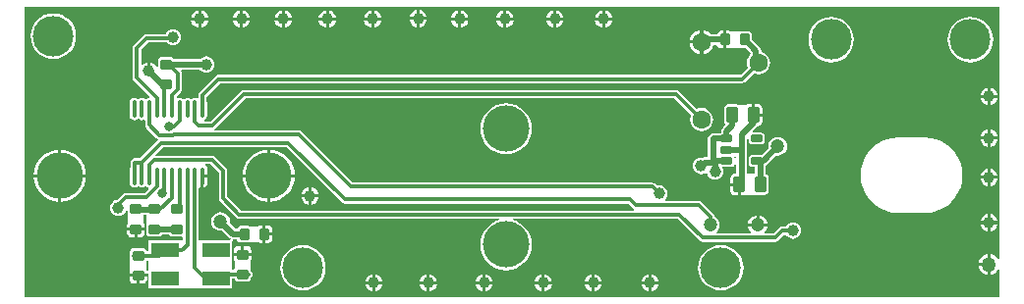
<source format=gbl>
G04 Layer_Physical_Order=2*
G04 Layer_Color=16711680*
%FSLAX42Y42*%
%MOMM*%
G71*
G01*
G75*
G04:AMPARAMS|DCode=13|XSize=1mm|YSize=0.9mm|CornerRadius=0.11mm|HoleSize=0mm|Usage=FLASHONLY|Rotation=90.000|XOffset=0mm|YOffset=0mm|HoleType=Round|Shape=RoundedRectangle|*
%AMROUNDEDRECTD13*
21,1,1.00,0.68,0,0,90.0*
21,1,0.78,0.90,0,0,90.0*
1,1,0.23,0.34,0.39*
1,1,0.23,0.34,-0.39*
1,1,0.23,-0.34,-0.39*
1,1,0.23,-0.34,0.39*
%
%ADD13ROUNDEDRECTD13*%
%ADD14C,0.30*%
%ADD15C,0.50*%
%ADD16C,3.50*%
%ADD17C,1.60*%
%ADD18C,4.00*%
%ADD19C,1.20*%
%ADD20C,1.00*%
%ADD21C,0.80*%
%ADD22C,1.27*%
G04:AMPARAMS|DCode=23|XSize=0.6mm|YSize=1mm|CornerRadius=0.08mm|HoleSize=0mm|Usage=FLASHONLY|Rotation=90.000|XOffset=0mm|YOffset=0mm|HoleType=Round|Shape=RoundedRectangle|*
%AMROUNDEDRECTD23*
21,1,0.60,0.85,0,0,90.0*
21,1,0.45,1.00,0,0,90.0*
1,1,0.15,0.42,0.23*
1,1,0.15,0.42,-0.23*
1,1,0.15,-0.42,-0.23*
1,1,0.15,-0.42,0.23*
%
%ADD23ROUNDEDRECTD23*%
%ADD24O,0.40X1.50*%
G04:AMPARAMS|DCode=25|XSize=1.4mm|YSize=1mm|CornerRadius=0.13mm|HoleSize=0mm|Usage=FLASHONLY|Rotation=270.000|XOffset=0mm|YOffset=0mm|HoleType=Round|Shape=RoundedRectangle|*
%AMROUNDEDRECTD25*
21,1,1.40,0.75,0,0,270.0*
21,1,1.15,1.00,0,0,270.0*
1,1,0.25,-0.38,-0.57*
1,1,0.25,-0.38,0.57*
1,1,0.25,0.38,0.57*
1,1,0.25,0.38,-0.57*
%
%ADD25ROUNDEDRECTD25*%
G04:AMPARAMS|DCode=26|XSize=1mm|YSize=0.9mm|CornerRadius=0.11mm|HoleSize=0mm|Usage=FLASHONLY|Rotation=0.000|XOffset=0mm|YOffset=0mm|HoleType=Round|Shape=RoundedRectangle|*
%AMROUNDEDRECTD26*
21,1,1.00,0.68,0,0,0.0*
21,1,0.78,0.90,0,0,0.0*
1,1,0.23,0.39,-0.34*
1,1,0.23,-0.39,-0.34*
1,1,0.23,-0.39,0.34*
1,1,0.23,0.39,0.34*
%
%ADD26ROUNDEDRECTD26*%
%ADD27R,2.40X1.30*%
G36*
X8450Y379D02*
X8439Y375D01*
X8437Y375D01*
X8423Y393D01*
X8405Y408D01*
X8383Y417D01*
X8373Y418D01*
Y330D01*
Y242D01*
X8383Y243D01*
X8405Y252D01*
X8423Y267D01*
X8437Y285D01*
X8439Y285D01*
X8450Y281D01*
Y50D01*
X50D01*
Y2550D01*
X8450Y2550D01*
Y379D01*
D02*
G37*
%LPC*%
G36*
X3455Y2527D02*
Y2465D01*
X3517D01*
X3516Y2472D01*
X3509Y2491D01*
X3496Y2506D01*
X3481Y2519D01*
X3462Y2526D01*
X3455Y2527D01*
D02*
G37*
G36*
X3430D02*
X3423Y2526D01*
X3405Y2519D01*
X3389Y2506D01*
X3377Y2491D01*
X3369Y2472D01*
X3368Y2465D01*
X3430D01*
Y2527D01*
D02*
G37*
G36*
X5053Y2524D02*
Y2463D01*
X5114D01*
X5113Y2470D01*
X5106Y2488D01*
X5094Y2504D01*
X5078Y2516D01*
X5060Y2523D01*
X5053Y2524D01*
D02*
G37*
G36*
X5027D02*
X5020Y2523D01*
X5002Y2516D01*
X4986Y2504D01*
X4974Y2488D01*
X4967Y2470D01*
X4966Y2463D01*
X5027D01*
Y2524D01*
D02*
G37*
G36*
X4633D02*
Y2463D01*
X4694D01*
X4693Y2470D01*
X4686Y2488D01*
X4674Y2504D01*
X4658Y2516D01*
X4640Y2523D01*
X4633Y2524D01*
D02*
G37*
G36*
X4607D02*
X4600Y2523D01*
X4582Y2516D01*
X4566Y2504D01*
X4554Y2488D01*
X4547Y2470D01*
X4546Y2463D01*
X4607D01*
Y2524D01*
D02*
G37*
G36*
X4203D02*
Y2463D01*
X4264D01*
X4263Y2470D01*
X4256Y2488D01*
X4244Y2504D01*
X4228Y2516D01*
X4210Y2523D01*
X4203Y2524D01*
D02*
G37*
G36*
X4177D02*
X4170Y2523D01*
X4152Y2516D01*
X4136Y2504D01*
X4124Y2488D01*
X4117Y2470D01*
X4116Y2463D01*
X4177D01*
Y2524D01*
D02*
G37*
G36*
X3813D02*
Y2463D01*
X3874D01*
X3873Y2470D01*
X3866Y2488D01*
X3854Y2504D01*
X3838Y2516D01*
X3820Y2523D01*
X3813Y2524D01*
D02*
G37*
G36*
X3787D02*
X3780Y2523D01*
X3762Y2516D01*
X3746Y2504D01*
X3734Y2488D01*
X3727Y2470D01*
X3726Y2463D01*
X3787D01*
Y2524D01*
D02*
G37*
G36*
X3063D02*
Y2463D01*
X3124D01*
X3123Y2470D01*
X3116Y2488D01*
X3104Y2504D01*
X3088Y2516D01*
X3070Y2523D01*
X3063Y2524D01*
D02*
G37*
G36*
X3037D02*
X3030Y2523D01*
X3012Y2516D01*
X2996Y2504D01*
X2984Y2488D01*
X2977Y2470D01*
X2976Y2463D01*
X3037D01*
Y2524D01*
D02*
G37*
G36*
X2673D02*
Y2463D01*
X2734D01*
X2733Y2470D01*
X2726Y2488D01*
X2714Y2504D01*
X2698Y2516D01*
X2680Y2523D01*
X2673Y2524D01*
D02*
G37*
G36*
X2647D02*
X2640Y2523D01*
X2622Y2516D01*
X2606Y2504D01*
X2594Y2488D01*
X2587Y2470D01*
X2586Y2463D01*
X2647D01*
Y2524D01*
D02*
G37*
G36*
X2293D02*
Y2463D01*
X2354D01*
X2353Y2470D01*
X2346Y2488D01*
X2334Y2504D01*
X2318Y2516D01*
X2300Y2523D01*
X2293Y2524D01*
D02*
G37*
G36*
X2267D02*
X2260Y2523D01*
X2242Y2516D01*
X2226Y2504D01*
X2214Y2488D01*
X2207Y2470D01*
X2206Y2463D01*
X2267D01*
Y2524D01*
D02*
G37*
G36*
X1933D02*
Y2463D01*
X1994D01*
X1993Y2470D01*
X1986Y2488D01*
X1974Y2504D01*
X1958Y2516D01*
X1940Y2523D01*
X1933Y2524D01*
D02*
G37*
G36*
X1907D02*
X1900Y2523D01*
X1882Y2516D01*
X1866Y2504D01*
X1854Y2488D01*
X1847Y2470D01*
X1846Y2463D01*
X1907D01*
Y2524D01*
D02*
G37*
G36*
X1573D02*
Y2463D01*
X1634D01*
X1633Y2470D01*
X1626Y2488D01*
X1614Y2504D01*
X1598Y2516D01*
X1580Y2523D01*
X1573Y2524D01*
D02*
G37*
G36*
X1547D02*
X1540Y2523D01*
X1522Y2516D01*
X1506Y2504D01*
X1494Y2488D01*
X1487Y2470D01*
X1486Y2463D01*
X1547D01*
Y2524D01*
D02*
G37*
G36*
X3517Y2440D02*
X3455D01*
Y2378D01*
X3462Y2379D01*
X3481Y2387D01*
X3496Y2399D01*
X3509Y2415D01*
X3516Y2433D01*
X3517Y2440D01*
D02*
G37*
G36*
X3430D02*
X3368D01*
X3369Y2433D01*
X3377Y2415D01*
X3389Y2399D01*
X3405Y2387D01*
X3423Y2379D01*
X3430Y2378D01*
Y2440D01*
D02*
G37*
G36*
X5114Y2437D02*
X5053D01*
Y2376D01*
X5060Y2377D01*
X5078Y2384D01*
X5094Y2396D01*
X5106Y2412D01*
X5113Y2430D01*
X5114Y2437D01*
D02*
G37*
G36*
X5027D02*
X4966D01*
X4967Y2430D01*
X4974Y2412D01*
X4986Y2396D01*
X5002Y2384D01*
X5020Y2377D01*
X5027Y2376D01*
Y2437D01*
D02*
G37*
G36*
X4694D02*
X4633D01*
Y2376D01*
X4640Y2377D01*
X4658Y2384D01*
X4674Y2396D01*
X4686Y2412D01*
X4693Y2430D01*
X4694Y2437D01*
D02*
G37*
G36*
X4607D02*
X4546D01*
X4547Y2430D01*
X4554Y2412D01*
X4566Y2396D01*
X4582Y2384D01*
X4600Y2377D01*
X4607Y2376D01*
Y2437D01*
D02*
G37*
G36*
X4264D02*
X4203D01*
Y2376D01*
X4210Y2377D01*
X4228Y2384D01*
X4244Y2396D01*
X4256Y2412D01*
X4263Y2430D01*
X4264Y2437D01*
D02*
G37*
G36*
X4177D02*
X4116D01*
X4117Y2430D01*
X4124Y2412D01*
X4136Y2396D01*
X4152Y2384D01*
X4170Y2377D01*
X4177Y2376D01*
Y2437D01*
D02*
G37*
G36*
X3874D02*
X3813D01*
Y2376D01*
X3820Y2377D01*
X3838Y2384D01*
X3854Y2396D01*
X3866Y2412D01*
X3873Y2430D01*
X3874Y2437D01*
D02*
G37*
G36*
X3787D02*
X3726D01*
X3727Y2430D01*
X3734Y2412D01*
X3746Y2396D01*
X3762Y2384D01*
X3780Y2377D01*
X3787Y2376D01*
Y2437D01*
D02*
G37*
G36*
X3124D02*
X3063D01*
Y2376D01*
X3070Y2377D01*
X3088Y2384D01*
X3104Y2396D01*
X3116Y2412D01*
X3123Y2430D01*
X3124Y2437D01*
D02*
G37*
G36*
X3037D02*
X2976D01*
X2977Y2430D01*
X2984Y2412D01*
X2996Y2396D01*
X3012Y2384D01*
X3030Y2377D01*
X3037Y2376D01*
Y2437D01*
D02*
G37*
G36*
X2734D02*
X2673D01*
Y2376D01*
X2680Y2377D01*
X2698Y2384D01*
X2714Y2396D01*
X2726Y2412D01*
X2733Y2430D01*
X2734Y2437D01*
D02*
G37*
G36*
X2647D02*
X2586D01*
X2587Y2430D01*
X2594Y2412D01*
X2606Y2396D01*
X2622Y2384D01*
X2640Y2377D01*
X2647Y2376D01*
Y2437D01*
D02*
G37*
G36*
X2354D02*
X2293D01*
Y2376D01*
X2300Y2377D01*
X2318Y2384D01*
X2334Y2396D01*
X2346Y2412D01*
X2353Y2430D01*
X2354Y2437D01*
D02*
G37*
G36*
X2267D02*
X2206D01*
X2207Y2430D01*
X2214Y2412D01*
X2226Y2396D01*
X2242Y2384D01*
X2260Y2377D01*
X2267Y2376D01*
Y2437D01*
D02*
G37*
G36*
X1994D02*
X1933D01*
Y2376D01*
X1940Y2377D01*
X1958Y2384D01*
X1974Y2396D01*
X1986Y2412D01*
X1993Y2430D01*
X1994Y2437D01*
D02*
G37*
G36*
X1907D02*
X1846D01*
X1847Y2430D01*
X1854Y2412D01*
X1866Y2396D01*
X1882Y2384D01*
X1900Y2377D01*
X1907Y2376D01*
Y2437D01*
D02*
G37*
G36*
X1634D02*
X1573D01*
Y2376D01*
X1580Y2377D01*
X1598Y2384D01*
X1614Y2396D01*
X1626Y2412D01*
X1633Y2430D01*
X1634Y2437D01*
D02*
G37*
G36*
X1547D02*
X1486D01*
X1487Y2430D01*
X1494Y2412D01*
X1506Y2396D01*
X1522Y2384D01*
X1540Y2377D01*
X1547Y2376D01*
Y2437D01*
D02*
G37*
G36*
X5872Y2355D02*
X5857Y2353D01*
X5832Y2342D01*
X5810Y2325D01*
X5793Y2303D01*
X5782Y2278D01*
X5780Y2263D01*
X5872D01*
Y2355D01*
D02*
G37*
G36*
X5898D02*
Y2250D01*
Y2145D01*
X5913Y2147D01*
X5938Y2158D01*
X5960Y2175D01*
X5977Y2197D01*
X5988Y2222D01*
X5988Y2224D01*
X6015D01*
X6017Y2217D01*
X6025Y2205D01*
X6037Y2197D01*
X6051Y2194D01*
X6072D01*
Y2270D01*
Y2346D01*
X6051D01*
X6037Y2343D01*
X6025Y2335D01*
X6017Y2323D01*
X6015Y2316D01*
X5967D01*
X5960Y2325D01*
X5938Y2342D01*
X5913Y2353D01*
X5898Y2355D01*
D02*
G37*
G36*
X5872Y2237D02*
X5780D01*
X5782Y2222D01*
X5793Y2197D01*
X5810Y2175D01*
X5832Y2158D01*
X5857Y2147D01*
X5872Y2145D01*
Y2237D01*
D02*
G37*
G36*
X300Y2496D02*
X262Y2492D01*
X225Y2481D01*
X191Y2463D01*
X161Y2439D01*
X137Y2409D01*
X119Y2375D01*
X108Y2338D01*
X104Y2300D01*
X108Y2262D01*
X119Y2225D01*
X137Y2191D01*
X161Y2161D01*
X191Y2137D01*
X225Y2119D01*
X262Y2108D01*
X300Y2104D01*
X338Y2108D01*
X375Y2119D01*
X409Y2137D01*
X439Y2161D01*
X463Y2191D01*
X481Y2225D01*
X492Y2262D01*
X496Y2300D01*
X492Y2338D01*
X481Y2375D01*
X463Y2409D01*
X439Y2439D01*
X409Y2463D01*
X375Y2481D01*
X338Y2492D01*
X300Y2496D01*
D02*
G37*
G36*
X8200Y2466D02*
X8162Y2462D01*
X8125Y2451D01*
X8091Y2433D01*
X8061Y2409D01*
X8037Y2379D01*
X8019Y2345D01*
X8008Y2308D01*
X8004Y2270D01*
X8008Y2232D01*
X8019Y2195D01*
X8037Y2161D01*
X8061Y2131D01*
X8091Y2107D01*
X8125Y2089D01*
X8162Y2078D01*
X8200Y2074D01*
X8238Y2078D01*
X8275Y2089D01*
X8309Y2107D01*
X8339Y2131D01*
X8363Y2161D01*
X8381Y2195D01*
X8392Y2232D01*
X8396Y2270D01*
X8392Y2308D01*
X8381Y2345D01*
X8363Y2379D01*
X8339Y2409D01*
X8309Y2433D01*
X8275Y2451D01*
X8238Y2462D01*
X8200Y2466D01*
D02*
G37*
G36*
X7000D02*
X6962Y2462D01*
X6925Y2451D01*
X6891Y2433D01*
X6861Y2409D01*
X6837Y2379D01*
X6819Y2345D01*
X6808Y2308D01*
X6804Y2270D01*
X6808Y2232D01*
X6819Y2195D01*
X6837Y2161D01*
X6861Y2131D01*
X6891Y2107D01*
X6925Y2089D01*
X6962Y2078D01*
X7000Y2074D01*
X7038Y2078D01*
X7075Y2089D01*
X7109Y2107D01*
X7139Y2131D01*
X7163Y2161D01*
X7181Y2195D01*
X7192Y2232D01*
X7196Y2270D01*
X7192Y2308D01*
X7181Y2345D01*
X7163Y2379D01*
X7139Y2409D01*
X7109Y2433D01*
X7075Y2451D01*
X7038Y2462D01*
X7000Y2466D01*
D02*
G37*
G36*
X1330Y2361D02*
X1312Y2358D01*
X1295Y2351D01*
X1280Y2340D01*
X1269Y2325D01*
X1265Y2316D01*
X1100D01*
X1086Y2313D01*
X1075Y2305D01*
X995Y2225D01*
X987Y2214D01*
X984Y2200D01*
Y1940D01*
X984Y1940D01*
X984Y1940D01*
X986Y1933D01*
X987Y1926D01*
X987Y1926D01*
X987Y1926D01*
X991Y1921D01*
X995Y1915D01*
X995Y1915D01*
X995Y1915D01*
X1132Y1778D01*
X1129Y1770D01*
X1126Y1766D01*
X1112Y1763D01*
X1099Y1754D01*
X1091D01*
X1078Y1763D01*
X1062Y1766D01*
X1047Y1763D01*
X1034Y1754D01*
X1026D01*
X1013Y1763D01*
X998Y1766D01*
X982Y1763D01*
X969Y1754D01*
X960Y1741D01*
X957Y1725D01*
Y1615D01*
X960Y1599D01*
X969Y1586D01*
X982Y1577D01*
X998Y1574D01*
X1013Y1577D01*
X1026Y1586D01*
X1034D01*
X1047Y1577D01*
X1062Y1574D01*
X1078Y1577D01*
X1079Y1578D01*
X1092Y1571D01*
Y1533D01*
X1095Y1519D01*
X1102Y1507D01*
X1190Y1420D01*
X1197Y1415D01*
X1197Y1415D01*
X1200Y1402D01*
X1199Y1400D01*
X1045Y1246D01*
X998D01*
X984Y1243D01*
X972Y1235D01*
X965Y1224D01*
X962Y1210D01*
Y1164D01*
X960Y1161D01*
X957Y1145D01*
Y1035D01*
X960Y1019D01*
X969Y1006D01*
X982Y997D01*
X998Y994D01*
X1013Y997D01*
X1026Y1006D01*
X1034D01*
X1047Y997D01*
X1062Y994D01*
X1078Y997D01*
X1091Y1006D01*
X1099D01*
X1112Y997D01*
X1118Y996D01*
X1122Y982D01*
X1085Y946D01*
X920D01*
X906Y943D01*
X895Y935D01*
X849Y889D01*
X842Y888D01*
X825Y881D01*
X810Y870D01*
X799Y855D01*
X792Y838D01*
X789Y820D01*
X792Y802D01*
X799Y785D01*
X810Y770D01*
X825Y759D01*
X842Y752D01*
X860Y749D01*
X878Y752D01*
X895Y759D01*
X910Y770D01*
X921Y785D01*
X927Y798D01*
X939Y796D01*
Y771D01*
X941Y761D01*
X940Y760D01*
Y688D01*
X937Y683D01*
X934Y669D01*
Y648D01*
X1086D01*
Y669D01*
X1083Y683D01*
X1080Y688D01*
Y754D01*
X1100D01*
Y680D01*
X1101Y679D01*
X1099Y669D01*
Y601D01*
X1102Y589D01*
X1109Y579D01*
X1119Y572D01*
X1131Y569D01*
X1209D01*
X1221Y572D01*
X1231Y579D01*
X1238Y589D01*
X1238Y589D01*
X1292D01*
X1292Y589D01*
X1299Y579D01*
X1309Y572D01*
X1321Y569D01*
X1399D01*
X1404Y570D01*
X1417Y562D01*
Y539D01*
X1120D01*
Y535D01*
X1120D01*
Y441D01*
X1100D01*
X1098Y451D01*
X1091Y461D01*
X1081Y468D01*
X1069Y471D01*
X991D01*
X979Y468D01*
X969Y461D01*
X962Y451D01*
X959Y439D01*
Y422D01*
X957Y419D01*
X954Y405D01*
X957Y391D01*
X959Y388D01*
Y371D01*
X961Y361D01*
X960Y360D01*
Y288D01*
X957Y283D01*
X954Y269D01*
Y248D01*
X1106D01*
Y269D01*
X1103Y283D01*
X1100Y288D01*
Y359D01*
X1110Y368D01*
X1120Y366D01*
Y365D01*
X1120D01*
Y295D01*
X1120D01*
Y125D01*
X1120D01*
Y120D01*
X1839D01*
Y125D01*
X1840D01*
Y209D01*
X1860D01*
X1862Y199D01*
X1869Y189D01*
X1879Y182D01*
X1891Y179D01*
X1969D01*
X1981Y182D01*
X1991Y189D01*
X1998Y199D01*
X2001Y211D01*
Y217D01*
X2005Y220D01*
X2013Y231D01*
X2016Y245D01*
X2013Y259D01*
X2005Y270D01*
X2001Y273D01*
Y279D01*
X1999Y289D01*
X2000Y290D01*
Y362D01*
X2003Y367D01*
X2006Y381D01*
Y402D01*
X1930D01*
X1854D01*
Y381D01*
X1857Y367D01*
X1860Y362D01*
Y291D01*
X1850Y282D01*
X1840Y284D01*
Y295D01*
X1839D01*
Y365D01*
X1840D01*
Y533D01*
X1843Y538D01*
X1850Y544D01*
X1850Y544D01*
X1881D01*
X1882Y539D01*
X1889Y529D01*
X1899Y522D01*
X1911Y519D01*
X1979D01*
X1989Y521D01*
X1990Y520D01*
X2062D01*
X2067Y517D01*
X2081Y514D01*
X2102D01*
Y590D01*
Y666D01*
X2081D01*
X2067Y663D01*
X2062Y660D01*
X1990D01*
X1989Y659D01*
X1979Y661D01*
X1911D01*
X1899Y658D01*
X1889Y651D01*
X1882Y641D01*
X1881Y637D01*
X1869Y636D01*
X1819Y686D01*
X1821Y700D01*
X1818Y721D01*
X1810Y740D01*
X1797Y757D01*
X1780Y770D01*
X1761Y778D01*
X1740Y781D01*
X1719Y778D01*
X1700Y770D01*
X1683Y757D01*
X1670Y740D01*
X1662Y721D01*
X1659Y700D01*
X1662Y679D01*
X1670Y660D01*
X1683Y643D01*
X1700Y630D01*
X1719Y622D01*
X1740Y619D01*
X1754Y621D01*
X1818Y558D01*
X1826Y552D01*
X1822Y539D01*
X1553D01*
Y987D01*
X1563Y992D01*
X1566Y992D01*
X1570Y991D01*
Y1090D01*
X1582D01*
Y1103D01*
X1629D01*
Y1145D01*
X1625Y1163D01*
X1615Y1178D01*
X1609Y1182D01*
X1613Y1194D01*
X1655D01*
X1724Y1125D01*
Y900D01*
X1727Y886D01*
X1735Y875D01*
X1875Y735D01*
X1886Y727D01*
X1900Y724D01*
X4138D01*
X4140Y712D01*
X4115Y704D01*
X4077Y684D01*
X4044Y656D01*
X4016Y623D01*
X3996Y585D01*
X3983Y543D01*
X3979Y500D01*
X3983Y457D01*
X3996Y415D01*
X4016Y377D01*
X4044Y344D01*
X4077Y316D01*
X4115Y296D01*
X4157Y283D01*
X4200Y279D01*
X4243Y283D01*
X4285Y296D01*
X4323Y316D01*
X4356Y344D01*
X4384Y377D01*
X4404Y415D01*
X4417Y457D01*
X4421Y500D01*
X4417Y543D01*
X4404Y585D01*
X4384Y623D01*
X4356Y656D01*
X4323Y684D01*
X4285Y704D01*
X4260Y712D01*
X4262Y724D01*
X5675D01*
X5865Y535D01*
X5876Y527D01*
X5890Y524D01*
X6520D01*
X6534Y527D01*
X6545Y535D01*
X6595Y584D01*
X6609D01*
X6620Y570D01*
X6635Y559D01*
X6652Y552D01*
X6670Y549D01*
X6688Y552D01*
X6705Y559D01*
X6720Y570D01*
X6731Y585D01*
X6738Y602D01*
X6741Y620D01*
X6738Y638D01*
X6731Y655D01*
X6720Y670D01*
X6705Y681D01*
X6688Y688D01*
X6670Y691D01*
X6652Y688D01*
X6635Y681D01*
X6620Y670D01*
X6609Y656D01*
X6580D01*
X6566Y653D01*
X6555Y645D01*
X6505Y596D01*
X6433D01*
X6429Y608D01*
X6431Y609D01*
X6445Y627D01*
X6453Y648D01*
X6454Y657D01*
X6286D01*
X6287Y648D01*
X6295Y627D01*
X6309Y609D01*
X6311Y608D01*
X6307Y596D01*
X6015D01*
X6011Y608D01*
X6017Y613D01*
X6030Y630D01*
X6038Y649D01*
X6041Y670D01*
X6038Y691D01*
X6030Y710D01*
X6017Y727D01*
X6000Y740D01*
X5995Y742D01*
X5993Y754D01*
X5985Y765D01*
X5885Y865D01*
X5874Y873D01*
X5860Y876D01*
X5572D01*
X5568Y888D01*
X5570Y890D01*
X5581Y905D01*
X5588Y922D01*
X5591Y940D01*
X5588Y958D01*
X5581Y975D01*
X5570Y990D01*
X5555Y1001D01*
X5538Y1008D01*
X5520Y1011D01*
X5502Y1008D01*
X5485Y1025D01*
X5474Y1033D01*
X5460Y1036D01*
X2875D01*
X2435Y1475D01*
X2424Y1483D01*
X2410Y1486D01*
X1688D01*
X1686Y1489D01*
X1686Y1498D01*
X1695Y1505D01*
X1955Y1764D01*
X5650D01*
X5794Y1621D01*
X5788Y1606D01*
X5784Y1580D01*
X5788Y1554D01*
X5798Y1530D01*
X5814Y1509D01*
X5835Y1493D01*
X5859Y1483D01*
X5885Y1479D01*
X5911Y1483D01*
X5935Y1493D01*
X5956Y1509D01*
X5972Y1530D01*
X5982Y1554D01*
X5986Y1580D01*
X5982Y1606D01*
X5972Y1630D01*
X5956Y1651D01*
X5935Y1667D01*
X5911Y1677D01*
X5885Y1681D01*
X5859Y1677D01*
X5844Y1671D01*
X5690Y1825D01*
X5679Y1833D01*
X5665Y1836D01*
X1940D01*
X1926Y1833D01*
X1915Y1825D01*
X1655Y1566D01*
X1602D01*
X1600Y1572D01*
X1600Y1578D01*
X1611Y1586D01*
X1620Y1599D01*
X1623Y1615D01*
Y1725D01*
X1620Y1741D01*
X1618Y1744D01*
Y1778D01*
X1735Y1894D01*
X6235D01*
X6249Y1897D01*
X6260Y1905D01*
X6334Y1979D01*
X6349Y1973D01*
X6375Y1969D01*
X6401Y1973D01*
X6425Y1983D01*
X6446Y1999D01*
X6462Y2020D01*
X6472Y2044D01*
X6476Y2070D01*
X6472Y2096D01*
X6462Y2120D01*
X6446Y2141D01*
X6425Y2157D01*
X6401Y2167D01*
X6398Y2168D01*
Y2173D01*
X6395Y2190D01*
X6385Y2205D01*
X6321Y2269D01*
Y2309D01*
X6318Y2321D01*
X6311Y2331D01*
X6301Y2338D01*
X6289Y2341D01*
X6221D01*
X6211Y2339D01*
X6210Y2340D01*
X6138D01*
X6133Y2343D01*
X6119Y2346D01*
X6098D01*
Y2270D01*
Y2194D01*
X6119D01*
X6133Y2197D01*
X6138Y2200D01*
X6210D01*
X6211Y2201D01*
X6221Y2199D01*
X6261D01*
X6305Y2155D01*
X6304Y2142D01*
X6304Y2141D01*
X6288Y2120D01*
X6278Y2096D01*
X6274Y2070D01*
X6278Y2044D01*
X6284Y2029D01*
X6220Y1966D01*
X1720D01*
X1706Y1963D01*
X1695Y1955D01*
X1557Y1818D01*
X1550Y1806D01*
X1547Y1793D01*
Y1769D01*
X1534Y1762D01*
X1533Y1763D01*
X1518Y1766D01*
X1502Y1763D01*
X1489Y1754D01*
X1481D01*
X1468Y1763D01*
X1453Y1766D01*
X1437Y1763D01*
X1429Y1758D01*
X1420Y1755D01*
X1411Y1758D01*
X1403Y1763D01*
X1387Y1766D01*
X1373Y1763D01*
X1362Y1770D01*
X1361Y1780D01*
X1395Y1815D01*
X1395Y1815D01*
X1395Y1815D01*
X1399Y1821D01*
X1403Y1826D01*
X1403Y1826D01*
X1403Y1826D01*
X1404Y1833D01*
X1406Y1840D01*
X1406Y1840D01*
X1406Y1840D01*
Y1980D01*
X1403Y1994D01*
X1401Y1996D01*
X1408Y2009D01*
X1545D01*
X1562D01*
X1565Y2005D01*
X1580Y1994D01*
X1597Y1987D01*
X1615Y1984D01*
X1633Y1987D01*
X1650Y1994D01*
X1665Y2005D01*
X1676Y2020D01*
X1683Y2037D01*
X1686Y2055D01*
X1683Y2073D01*
X1676Y2090D01*
X1665Y2105D01*
X1650Y2116D01*
X1633Y2123D01*
X1615Y2126D01*
X1597Y2123D01*
X1580Y2116D01*
X1565Y2105D01*
X1562Y2101D01*
X1545D01*
X1338D01*
X1338Y2101D01*
X1331Y2111D01*
X1321Y2118D01*
X1309Y2121D01*
X1231D01*
X1219Y2118D01*
X1209Y2111D01*
X1202Y2101D01*
X1199Y2089D01*
Y2039D01*
X1187Y2036D01*
X1186Y2038D01*
X1174Y2054D01*
X1158Y2066D01*
X1140Y2073D01*
X1133Y2074D01*
Y2000D01*
X1107D01*
Y2074D01*
X1100Y2073D01*
X1082Y2066D01*
X1068Y2055D01*
X1056Y2059D01*
Y2185D01*
X1115Y2244D01*
X1277D01*
X1280Y2240D01*
X1295Y2229D01*
X1312Y2222D01*
X1330Y2219D01*
X1348Y2222D01*
X1365Y2229D01*
X1380Y2240D01*
X1391Y2255D01*
X1398Y2272D01*
X1401Y2290D01*
X1398Y2308D01*
X1391Y2325D01*
X1380Y2340D01*
X1365Y2351D01*
X1348Y2358D01*
X1330Y2361D01*
D02*
G37*
G36*
X8373Y1854D02*
Y1793D01*
X8434D01*
X8433Y1800D01*
X8426Y1818D01*
X8414Y1834D01*
X8398Y1846D01*
X8380Y1853D01*
X8373Y1854D01*
D02*
G37*
G36*
X8347D02*
X8340Y1853D01*
X8322Y1846D01*
X8306Y1834D01*
X8294Y1818D01*
X8287Y1800D01*
X8286Y1793D01*
X8347D01*
Y1854D01*
D02*
G37*
G36*
X6317Y1716D02*
X6293D01*
X6278Y1713D01*
X6273Y1710D01*
X6192D01*
X6192Y1710D01*
X6187Y1711D01*
X6112D01*
X6100Y1708D01*
X6089Y1701D01*
X6082Y1690D01*
X6079Y1677D01*
Y1562D01*
X6082Y1550D01*
X6089Y1539D01*
X6090Y1534D01*
X6068Y1512D01*
X6068Y1512D01*
X6068Y1512D01*
X6064Y1507D01*
X6058Y1498D01*
X6058Y1498D01*
X6058Y1498D01*
X6056Y1490D01*
X6054Y1480D01*
Y1465D01*
X6047Y1463D01*
X6043Y1461D01*
X5985D01*
X5967Y1457D01*
X5953Y1447D01*
X5943Y1433D01*
X5939Y1415D01*
Y1256D01*
X5910D01*
X5910Y1256D01*
X5910Y1256D01*
X5901Y1254D01*
X5892Y1252D01*
X5892Y1252D01*
X5892Y1252D01*
X5888Y1250D01*
X5880Y1251D01*
X5862Y1248D01*
X5845Y1241D01*
X5830Y1230D01*
X5819Y1215D01*
X5812Y1198D01*
X5809Y1180D01*
X5812Y1162D01*
X5819Y1145D01*
X5830Y1130D01*
X5845Y1119D01*
X5862Y1112D01*
X5880Y1109D01*
X5898Y1112D01*
X5915Y1119D01*
X5919Y1122D01*
X5931Y1117D01*
X5932Y1112D01*
X5939Y1095D01*
X5950Y1080D01*
X5965Y1069D01*
X5982Y1062D01*
X6000Y1059D01*
X6018Y1062D01*
X6035Y1069D01*
X6050Y1080D01*
X6061Y1095D01*
X6068Y1112D01*
X6071Y1130D01*
X6068Y1148D01*
X6063Y1162D01*
X6067Y1171D01*
X6070Y1174D01*
X6142D01*
X6153Y1177D01*
X6162Y1183D01*
X6168Y1192D01*
X6171Y1202D01*
Y1247D01*
X6168Y1258D01*
X6168Y1259D01*
X6177Y1270D01*
X6184Y1268D01*
Y1116D01*
X6172D01*
X6158Y1113D01*
X6145Y1105D01*
X6137Y1092D01*
X6134Y1078D01*
Y1033D01*
X6210D01*
Y1020D01*
X6223D01*
Y924D01*
X6247D01*
X6262Y927D01*
X6267Y930D01*
X6347D01*
X6348Y930D01*
X6353Y929D01*
X6428D01*
X6440Y932D01*
X6451Y939D01*
X6458Y950D01*
X6461Y962D01*
Y1078D01*
X6458Y1090D01*
X6451Y1101D01*
X6440Y1108D01*
X6436Y1109D01*
Y1185D01*
X6447Y1193D01*
X6526Y1271D01*
X6540Y1269D01*
X6561Y1272D01*
X6580Y1280D01*
X6597Y1293D01*
X6610Y1310D01*
X6618Y1329D01*
X6621Y1350D01*
X6618Y1371D01*
X6610Y1390D01*
X6597Y1407D01*
X6580Y1420D01*
X6561Y1428D01*
X6540Y1431D01*
X6519Y1428D01*
X6500Y1420D01*
X6483Y1407D01*
X6470Y1390D01*
X6462Y1371D01*
X6459Y1350D01*
X6461Y1336D01*
X6401Y1276D01*
X6317D01*
X6307Y1273D01*
X6298Y1267D01*
X6292Y1258D01*
X6289Y1247D01*
Y1202D01*
X6292Y1192D01*
X6298Y1183D01*
X6307Y1177D01*
X6317Y1174D01*
X6344D01*
Y1110D01*
X6276D01*
Y1320D01*
Y1418D01*
X6277Y1419D01*
X6289Y1412D01*
Y1393D01*
X6292Y1382D01*
X6298Y1373D01*
X6307Y1367D01*
X6317Y1364D01*
X6403D01*
X6413Y1367D01*
X6422Y1373D01*
X6428Y1382D01*
X6431Y1393D01*
Y1438D01*
X6428Y1448D01*
X6422Y1457D01*
X6413Y1463D01*
X6403Y1466D01*
X6328D01*
X6323Y1478D01*
X6362Y1518D01*
X6367Y1524D01*
X6368D01*
X6382Y1527D01*
X6395Y1535D01*
X6403Y1548D01*
X6406Y1562D01*
Y1607D01*
X6330D01*
Y1620D01*
X6317D01*
Y1716D01*
D02*
G37*
G36*
X8434Y1767D02*
X8373D01*
Y1706D01*
X8380Y1707D01*
X8398Y1714D01*
X8414Y1726D01*
X8426Y1742D01*
X8433Y1760D01*
X8434Y1767D01*
D02*
G37*
G36*
X8347D02*
X8286D01*
X8287Y1760D01*
X8294Y1742D01*
X8306Y1726D01*
X8322Y1714D01*
X8340Y1707D01*
X8347Y1706D01*
Y1767D01*
D02*
G37*
G36*
X6368Y1716D02*
X6343D01*
Y1633D01*
X6406D01*
Y1677D01*
X6403Y1692D01*
X6395Y1705D01*
X6382Y1713D01*
X6368Y1716D01*
D02*
G37*
G36*
X8373Y1494D02*
Y1433D01*
X8434D01*
X8433Y1440D01*
X8426Y1458D01*
X8414Y1474D01*
X8398Y1486D01*
X8380Y1493D01*
X8373Y1494D01*
D02*
G37*
G36*
X8347D02*
X8340Y1493D01*
X8322Y1486D01*
X8306Y1474D01*
X8294Y1458D01*
X8287Y1440D01*
X8286Y1433D01*
X8347D01*
Y1494D01*
D02*
G37*
G36*
X8434Y1407D02*
X8373D01*
Y1346D01*
X8380Y1347D01*
X8398Y1354D01*
X8414Y1366D01*
X8426Y1382D01*
X8433Y1400D01*
X8434Y1407D01*
D02*
G37*
G36*
X8347D02*
X8286D01*
X8287Y1400D01*
X8294Y1382D01*
X8306Y1366D01*
X8322Y1354D01*
X8340Y1347D01*
X8347Y1346D01*
Y1407D01*
D02*
G37*
G36*
X4200Y1721D02*
X4157Y1717D01*
X4115Y1704D01*
X4077Y1684D01*
X4044Y1656D01*
X4016Y1623D01*
X3996Y1585D01*
X3983Y1543D01*
X3979Y1500D01*
X3983Y1457D01*
X3996Y1415D01*
X4016Y1377D01*
X4044Y1344D01*
X4077Y1316D01*
X4115Y1296D01*
X4157Y1283D01*
X4200Y1279D01*
X4243Y1283D01*
X4285Y1296D01*
X4323Y1316D01*
X4356Y1344D01*
X4384Y1377D01*
X4404Y1415D01*
X4417Y1457D01*
X4421Y1500D01*
X4417Y1543D01*
X4404Y1585D01*
X4384Y1623D01*
X4356Y1656D01*
X4323Y1684D01*
X4285Y1704D01*
X4243Y1717D01*
X4200Y1721D01*
D02*
G37*
G36*
X368Y1320D02*
Y1108D01*
X580D01*
X577Y1139D01*
X564Y1182D01*
X543Y1221D01*
X515Y1255D01*
X481Y1283D01*
X442Y1304D01*
X399Y1317D01*
X368Y1320D01*
D02*
G37*
G36*
X342D02*
X311Y1317D01*
X268Y1304D01*
X229Y1283D01*
X195Y1255D01*
X167Y1221D01*
X146Y1182D01*
X133Y1139D01*
X130Y1108D01*
X342D01*
Y1320D01*
D02*
G37*
G36*
X8373Y1154D02*
Y1093D01*
X8434D01*
X8433Y1100D01*
X8426Y1118D01*
X8414Y1134D01*
X8398Y1146D01*
X8380Y1153D01*
X8373Y1154D01*
D02*
G37*
G36*
X8347D02*
X8340Y1153D01*
X8322Y1146D01*
X8306Y1134D01*
X8294Y1118D01*
X8287Y1100D01*
X8286Y1093D01*
X8347D01*
Y1154D01*
D02*
G37*
G36*
X8434Y1067D02*
X8373D01*
Y1006D01*
X8380Y1007D01*
X8398Y1014D01*
X8414Y1026D01*
X8426Y1042D01*
X8433Y1060D01*
X8434Y1067D01*
D02*
G37*
G36*
X8347D02*
X8286D01*
X8287Y1060D01*
X8294Y1042D01*
X8306Y1026D01*
X8322Y1014D01*
X8340Y1007D01*
X8347Y1006D01*
Y1067D01*
D02*
G37*
G36*
X1629Y1077D02*
X1595D01*
Y991D01*
X1600Y992D01*
X1615Y1002D01*
X1625Y1017D01*
X1629Y1035D01*
Y1077D01*
D02*
G37*
G36*
X6197Y1007D02*
X6134D01*
Y962D01*
X6137Y948D01*
X6145Y935D01*
X6158Y927D01*
X6172Y924D01*
X6197D01*
Y1007D01*
D02*
G37*
G36*
X580Y1082D02*
X368D01*
Y870D01*
X399Y873D01*
X442Y886D01*
X481Y907D01*
X515Y935D01*
X543Y969D01*
X564Y1008D01*
X577Y1051D01*
X580Y1082D01*
D02*
G37*
G36*
X342D02*
X130D01*
X133Y1051D01*
X146Y1008D01*
X167Y969D01*
X195Y935D01*
X229Y907D01*
X268Y886D01*
X311Y873D01*
X342Y870D01*
Y1082D01*
D02*
G37*
G36*
X7580Y1426D02*
X7529Y1422D01*
X7479Y1410D01*
X7432Y1390D01*
X7388Y1364D01*
X7349Y1331D01*
X7316Y1292D01*
X7290Y1248D01*
X7270Y1201D01*
X7258Y1151D01*
X7254Y1100D01*
X7258Y1049D01*
X7270Y999D01*
X7290Y952D01*
X7316Y908D01*
X7349Y869D01*
X7388Y836D01*
X7432Y810D01*
X7479Y790D01*
X7529Y778D01*
X7580Y774D01*
Y775D01*
X7582Y775D01*
X7802D01*
X7807Y774D01*
Y774D01*
X7858Y778D01*
X7907Y789D01*
X7955Y809D01*
X7998Y836D01*
X8037Y869D01*
X8070Y908D01*
X8097Y952D01*
X8117Y999D01*
X8129Y1049D01*
X8133Y1100D01*
X8129Y1151D01*
X8117Y1200D01*
X8097Y1248D01*
X8070Y1291D01*
X8037Y1330D01*
X7998Y1363D01*
X7955Y1390D01*
X7907Y1410D01*
X7858Y1422D01*
X7807Y1426D01*
Y1425D01*
X7580D01*
Y1426D01*
D02*
G37*
G36*
X8373Y764D02*
Y703D01*
X8434D01*
X8433Y710D01*
X8426Y728D01*
X8414Y744D01*
X8398Y756D01*
X8380Y763D01*
X8373Y764D01*
D02*
G37*
G36*
X8347D02*
X8340Y763D01*
X8322Y756D01*
X8306Y744D01*
X8294Y728D01*
X8287Y710D01*
X8286Y703D01*
X8347D01*
Y764D01*
D02*
G37*
G36*
X6383Y754D02*
Y683D01*
X6454D01*
X6453Y692D01*
X6445Y713D01*
X6431Y731D01*
X6413Y745D01*
X6392Y753D01*
X6383Y754D01*
D02*
G37*
G36*
X6357D02*
X6348Y753D01*
X6327Y745D01*
X6309Y731D01*
X6295Y713D01*
X6287Y692D01*
X6286Y683D01*
X6357D01*
Y754D01*
D02*
G37*
G36*
X8434Y677D02*
X8373D01*
Y616D01*
X8380Y617D01*
X8398Y624D01*
X8414Y636D01*
X8426Y652D01*
X8433Y670D01*
X8434Y677D01*
D02*
G37*
G36*
X8347D02*
X8286D01*
X8287Y670D01*
X8294Y652D01*
X8306Y636D01*
X8322Y624D01*
X8340Y617D01*
X8347Y616D01*
Y677D01*
D02*
G37*
G36*
X2149Y666D02*
X2128D01*
Y603D01*
X2186D01*
Y629D01*
X2183Y643D01*
X2175Y655D01*
X2163Y663D01*
X2149Y666D01*
D02*
G37*
G36*
X1086Y622D02*
X1023D01*
Y564D01*
X1049D01*
X1063Y567D01*
X1075Y575D01*
X1083Y587D01*
X1086Y601D01*
Y622D01*
D02*
G37*
G36*
X997D02*
X934D01*
Y601D01*
X937Y587D01*
X945Y575D01*
X957Y567D01*
X971Y564D01*
X997D01*
Y622D01*
D02*
G37*
G36*
X2186Y577D02*
X2128D01*
Y514D01*
X2149D01*
X2163Y517D01*
X2175Y525D01*
X2183Y537D01*
X2186Y551D01*
Y577D01*
D02*
G37*
G36*
X1969Y486D02*
X1943D01*
Y428D01*
X2006D01*
Y449D01*
X2003Y463D01*
X1995Y475D01*
X1983Y483D01*
X1969Y486D01*
D02*
G37*
G36*
X1917D02*
X1891D01*
X1877Y483D01*
X1865Y475D01*
X1857Y463D01*
X1854Y449D01*
Y428D01*
X1917D01*
Y486D01*
D02*
G37*
G36*
X8347Y418D02*
X8337Y417D01*
X8315Y408D01*
X8297Y393D01*
X8282Y375D01*
X8273Y353D01*
X8272Y343D01*
X8347D01*
Y418D01*
D02*
G37*
G36*
Y317D02*
X8272D01*
X8273Y307D01*
X8282Y285D01*
X8297Y267D01*
X8315Y252D01*
X8337Y243D01*
X8347Y242D01*
Y317D01*
D02*
G37*
G36*
X5453Y244D02*
Y183D01*
X5514D01*
X5513Y190D01*
X5506Y208D01*
X5494Y224D01*
X5478Y236D01*
X5460Y243D01*
X5453Y244D01*
D02*
G37*
G36*
X5427D02*
X5420Y243D01*
X5402Y236D01*
X5386Y224D01*
X5374Y208D01*
X5367Y190D01*
X5366Y183D01*
X5427D01*
Y244D01*
D02*
G37*
G36*
X4963D02*
Y183D01*
X5024D01*
X5023Y190D01*
X5016Y208D01*
X5004Y224D01*
X4988Y236D01*
X4970Y243D01*
X4963Y244D01*
D02*
G37*
G36*
X4937D02*
X4930Y243D01*
X4912Y236D01*
X4896Y224D01*
X4884Y208D01*
X4877Y190D01*
X4876Y183D01*
X4937D01*
Y244D01*
D02*
G37*
G36*
X4533D02*
Y183D01*
X4594D01*
X4593Y190D01*
X4586Y208D01*
X4574Y224D01*
X4558Y236D01*
X4540Y243D01*
X4533Y244D01*
D02*
G37*
G36*
X4507D02*
X4500Y243D01*
X4482Y236D01*
X4466Y224D01*
X4454Y208D01*
X4447Y190D01*
X4446Y183D01*
X4507D01*
Y244D01*
D02*
G37*
G36*
X4023D02*
Y183D01*
X4084D01*
X4083Y190D01*
X4076Y208D01*
X4064Y224D01*
X4048Y236D01*
X4030Y243D01*
X4023Y244D01*
D02*
G37*
G36*
X3997D02*
X3990Y243D01*
X3972Y236D01*
X3956Y224D01*
X3944Y208D01*
X3937Y190D01*
X3936Y183D01*
X3997D01*
Y244D01*
D02*
G37*
G36*
X3543D02*
Y183D01*
X3604D01*
X3603Y190D01*
X3596Y208D01*
X3584Y224D01*
X3568Y236D01*
X3550Y243D01*
X3543Y244D01*
D02*
G37*
G36*
X3517D02*
X3510Y243D01*
X3492Y236D01*
X3476Y224D01*
X3464Y208D01*
X3457Y190D01*
X3456Y183D01*
X3517D01*
Y244D01*
D02*
G37*
G36*
X3073D02*
Y183D01*
X3134D01*
X3133Y190D01*
X3126Y208D01*
X3114Y224D01*
X3098Y236D01*
X3080Y243D01*
X3073Y244D01*
D02*
G37*
G36*
X3047D02*
X3040Y243D01*
X3022Y236D01*
X3006Y224D01*
X2994Y208D01*
X2987Y190D01*
X2986Y183D01*
X3047D01*
Y244D01*
D02*
G37*
G36*
X1106Y222D02*
X1043D01*
Y164D01*
X1069D01*
X1083Y167D01*
X1095Y175D01*
X1103Y187D01*
X1106Y201D01*
Y222D01*
D02*
G37*
G36*
X1017D02*
X954D01*
Y201D01*
X957Y187D01*
X965Y175D01*
X977Y167D01*
X991Y164D01*
X1017D01*
Y222D01*
D02*
G37*
G36*
X6050Y496D02*
X6012Y492D01*
X5975Y481D01*
X5941Y463D01*
X5911Y439D01*
X5887Y409D01*
X5869Y375D01*
X5858Y338D01*
X5854Y300D01*
X5858Y262D01*
X5869Y225D01*
X5887Y191D01*
X5911Y161D01*
X5941Y137D01*
X5975Y119D01*
X6012Y108D01*
X6050Y104D01*
X6088Y108D01*
X6125Y119D01*
X6159Y137D01*
X6189Y161D01*
X6213Y191D01*
X6231Y225D01*
X6242Y262D01*
X6246Y300D01*
X6242Y338D01*
X6231Y375D01*
X6213Y409D01*
X6189Y439D01*
X6159Y463D01*
X6125Y481D01*
X6088Y492D01*
X6050Y496D01*
D02*
G37*
G36*
X2450D02*
X2412Y492D01*
X2375Y481D01*
X2341Y463D01*
X2311Y439D01*
X2287Y409D01*
X2269Y375D01*
X2258Y338D01*
X2254Y300D01*
X2258Y262D01*
X2269Y225D01*
X2287Y191D01*
X2311Y161D01*
X2341Y137D01*
X2375Y119D01*
X2412Y108D01*
X2450Y104D01*
X2488Y108D01*
X2525Y119D01*
X2559Y137D01*
X2589Y161D01*
X2613Y191D01*
X2631Y225D01*
X2642Y262D01*
X2646Y300D01*
X2642Y338D01*
X2631Y375D01*
X2613Y409D01*
X2589Y439D01*
X2559Y463D01*
X2525Y481D01*
X2488Y492D01*
X2450Y496D01*
D02*
G37*
G36*
X5514Y157D02*
X5453D01*
Y96D01*
X5460Y97D01*
X5478Y104D01*
X5494Y116D01*
X5506Y132D01*
X5513Y150D01*
X5514Y157D01*
D02*
G37*
G36*
X5427D02*
X5366D01*
X5367Y150D01*
X5374Y132D01*
X5386Y116D01*
X5402Y104D01*
X5420Y97D01*
X5427Y96D01*
Y157D01*
D02*
G37*
G36*
X5024D02*
X4963D01*
Y96D01*
X4970Y97D01*
X4988Y104D01*
X5004Y116D01*
X5016Y132D01*
X5023Y150D01*
X5024Y157D01*
D02*
G37*
G36*
X4937D02*
X4876D01*
X4877Y150D01*
X4884Y132D01*
X4896Y116D01*
X4912Y104D01*
X4930Y97D01*
X4937Y96D01*
Y157D01*
D02*
G37*
G36*
X4594D02*
X4533D01*
Y96D01*
X4540Y97D01*
X4558Y104D01*
X4574Y116D01*
X4586Y132D01*
X4593Y150D01*
X4594Y157D01*
D02*
G37*
G36*
X4507D02*
X4446D01*
X4447Y150D01*
X4454Y132D01*
X4466Y116D01*
X4482Y104D01*
X4500Y97D01*
X4507Y96D01*
Y157D01*
D02*
G37*
G36*
X4084D02*
X4023D01*
Y96D01*
X4030Y97D01*
X4048Y104D01*
X4064Y116D01*
X4076Y132D01*
X4083Y150D01*
X4084Y157D01*
D02*
G37*
G36*
X3997D02*
X3936D01*
X3937Y150D01*
X3944Y132D01*
X3956Y116D01*
X3972Y104D01*
X3990Y97D01*
X3997Y96D01*
Y157D01*
D02*
G37*
G36*
X3604D02*
X3543D01*
Y96D01*
X3550Y97D01*
X3568Y104D01*
X3584Y116D01*
X3596Y132D01*
X3603Y150D01*
X3604Y157D01*
D02*
G37*
G36*
X3517D02*
X3456D01*
X3457Y150D01*
X3464Y132D01*
X3476Y116D01*
X3492Y104D01*
X3510Y97D01*
X3517Y96D01*
Y157D01*
D02*
G37*
G36*
X3134D02*
X3073D01*
Y96D01*
X3080Y97D01*
X3098Y104D01*
X3114Y116D01*
X3126Y132D01*
X3133Y150D01*
X3134Y157D01*
D02*
G37*
G36*
X3047D02*
X2986D01*
X2987Y150D01*
X2994Y132D01*
X3006Y116D01*
X3022Y104D01*
X3040Y97D01*
X3047Y96D01*
Y157D01*
D02*
G37*
%LPD*%
G36*
X2785Y865D02*
X2796Y857D01*
X2810Y854D01*
X5255D01*
X5295Y815D01*
X5304Y808D01*
X5304Y799D01*
X5302Y796D01*
X1915D01*
X1796Y915D01*
Y1140D01*
X1793Y1154D01*
X1785Y1165D01*
X1695Y1255D01*
X1684Y1263D01*
X1670Y1266D01*
X1184D01*
X1179Y1278D01*
X1245Y1344D01*
X2305D01*
X2785Y865D01*
D02*
G37*
%LPC*%
G36*
X2168Y1320D02*
Y1108D01*
X2380D01*
X2377Y1139D01*
X2364Y1182D01*
X2343Y1221D01*
X2315Y1255D01*
X2281Y1283D01*
X2242Y1304D01*
X2199Y1317D01*
X2168Y1320D01*
D02*
G37*
G36*
X2142D02*
X2111Y1317D01*
X2068Y1304D01*
X2029Y1283D01*
X1995Y1255D01*
X1967Y1221D01*
X1946Y1182D01*
X1933Y1139D01*
X1930Y1108D01*
X2142D01*
Y1320D01*
D02*
G37*
G36*
X2523Y994D02*
Y933D01*
X2584D01*
X2583Y940D01*
X2576Y958D01*
X2564Y974D01*
X2548Y986D01*
X2530Y993D01*
X2523Y994D01*
D02*
G37*
G36*
X2497D02*
X2490Y993D01*
X2472Y986D01*
X2456Y974D01*
X2444Y958D01*
X2437Y940D01*
X2436Y933D01*
X2497D01*
Y994D01*
D02*
G37*
G36*
X2380Y1082D02*
X2168D01*
Y870D01*
X2199Y873D01*
X2242Y886D01*
X2281Y907D01*
X2315Y935D01*
X2343Y969D01*
X2364Y1008D01*
X2377Y1051D01*
X2380Y1082D01*
D02*
G37*
G36*
X2142D02*
X1930D01*
X1933Y1051D01*
X1946Y1008D01*
X1967Y969D01*
X1995Y935D01*
X2029Y907D01*
X2068Y886D01*
X2111Y873D01*
X2142Y870D01*
Y1082D01*
D02*
G37*
G36*
X2584Y907D02*
X2523D01*
Y846D01*
X2530Y847D01*
X2548Y854D01*
X2564Y866D01*
X2576Y882D01*
X2583Y900D01*
X2584Y907D01*
D02*
G37*
G36*
X2497D02*
X2436D01*
X2437Y900D01*
X2444Y882D01*
X2456Y866D01*
X2472Y854D01*
X2490Y847D01*
X2497Y846D01*
Y907D01*
D02*
G37*
%LPD*%
D13*
X6085Y2270D02*
D03*
X6255D02*
D03*
X2115Y590D02*
D03*
X1945D02*
D03*
D14*
X830Y820D02*
X860D01*
X830Y820D02*
X830Y820D01*
X830Y820D02*
X920Y910D01*
X1258Y1670D02*
Y1872D01*
X1270Y1885D01*
X1322Y1670D02*
Y1793D01*
X1370Y1840D01*
X1518Y303D02*
Y1040D01*
Y303D02*
X1610Y210D01*
X1700D01*
X1453Y492D02*
Y1040D01*
X1410Y450D02*
X1453Y492D01*
X1260Y450D02*
X1410D01*
X1700Y210D02*
X1735Y245D01*
X1215Y405D02*
X1260Y450D01*
X1387Y832D02*
Y1040D01*
X1360Y805D02*
X1387Y832D01*
X1322Y905D02*
Y1090D01*
X1222Y805D02*
X1322Y905D01*
X1170Y805D02*
X1222D01*
X1258Y958D02*
Y1090D01*
X1240Y940D02*
X1258Y958D01*
X1193Y1002D02*
Y1090D01*
X1100Y910D02*
X1193Y1002D01*
X920Y910D02*
X1100D01*
X1582Y1670D02*
Y1793D01*
X1720Y1930D01*
X6235D01*
X6375Y2070D01*
X1518Y1562D02*
Y1670D01*
Y1562D02*
X1550Y1530D01*
X5665Y1800D02*
X5885Y1580D01*
X1550Y1530D02*
X1670D01*
X1940Y1800D01*
X5665D01*
X1130Y1092D02*
Y1190D01*
X1127Y1090D02*
X1130Y1092D01*
X998Y1040D02*
Y1090D01*
Y1210D01*
X1062Y1040D02*
Y1090D01*
Y1210D01*
X1735Y245D02*
X1980D01*
X990Y405D02*
X1215D01*
X998Y1210D02*
X1062D01*
X1130Y1190D02*
X1170Y1230D01*
X1670D01*
X1760Y1140D01*
Y900D02*
Y1140D01*
X1060Y1210D02*
X1230Y1380D01*
X2320D01*
X2410Y1450D02*
X2860Y1000D01*
X5460D01*
X5520Y940D01*
X2320Y1380D02*
X2810Y890D01*
X1760Y900D02*
X1900Y760D01*
X5860Y840D02*
X5960Y740D01*
X2810Y890D02*
X5270D01*
X5320Y840D01*
X5860D01*
X1390Y1570D02*
Y1668D01*
X1100Y2280D02*
X1330D01*
X1193Y1670D02*
Y1768D01*
X1020Y1940D02*
X1193Y1768D01*
X1370Y1840D02*
Y1980D01*
X1295Y2055D02*
X1370Y1980D01*
X1127Y1533D02*
Y1670D01*
X1340Y1520D02*
X1390Y1570D01*
X1127Y1533D02*
X1215Y1445D01*
X1331D02*
X1336Y1450D01*
X2410D01*
X1215Y1445D02*
X1331D01*
X1300Y1520D02*
X1340D01*
X1020Y2200D02*
X1100Y2280D01*
X1020Y1940D02*
Y2200D01*
X5960Y670D02*
Y740D01*
X6580Y620D02*
X6670D01*
X6520Y560D02*
X6580Y620D01*
X1900Y760D02*
X5690D01*
X5890Y560D01*
X6520D01*
D15*
X5905Y2270D02*
X6085D01*
X5885Y2250D02*
X5905Y2270D01*
X6255D02*
X6353Y2173D01*
Y2092D02*
Y2173D01*
Y2092D02*
X6375Y2070D01*
X6100Y1415D02*
Y1480D01*
X6150Y1530D01*
Y1620D01*
X6100Y1320D02*
X6230D01*
Y1450D01*
X6330Y1550D01*
Y1620D01*
X5985Y1225D02*
X6100D01*
X5985D02*
Y1415D01*
X6100D01*
X6390Y1020D02*
Y1195D01*
X6360Y1225D02*
X6390Y1195D01*
X6230Y1040D02*
Y1320D01*
X6210Y1020D02*
X6230Y1040D01*
X6000Y1130D02*
Y1210D01*
X5910D02*
X6000D01*
X5880Y1180D02*
X5910Y1210D01*
X1200Y635D02*
X1360D01*
X1020Y800D02*
X1155D01*
X1170Y815D01*
X6415Y1225D02*
X6540Y1350D01*
X6360Y1225D02*
X6415D01*
X1270Y2055D02*
X1295D01*
X1545D02*
X1615Y2055D01*
X1295Y2055D02*
X1545D01*
X1235Y1885D02*
X1270D01*
X1120Y2000D02*
X1235Y1885D01*
X1850Y590D02*
X1945D01*
X1740Y700D02*
X1850Y590D01*
D16*
X6050Y300D02*
D03*
X2450D02*
D03*
X7000Y2270D02*
D03*
X8200D02*
D03*
X300Y2300D02*
D03*
D17*
X6375Y2070D02*
D03*
X5885Y2250D02*
D03*
Y1580D02*
D03*
D18*
X355Y1095D02*
D03*
X2155D02*
D03*
X4200Y500D02*
D03*
Y1500D02*
D03*
D19*
X5960Y670D02*
D03*
X6370Y670D02*
D03*
X1740Y700D02*
D03*
X6540Y1350D02*
D03*
D20*
X860Y820D02*
D03*
X5880Y1180D02*
D03*
X6000Y1130D02*
D03*
X1330Y2290D02*
D03*
X5520Y940D02*
D03*
X2510Y920D02*
D03*
X8360Y1780D02*
D03*
Y1420D02*
D03*
Y1080D02*
D03*
Y690D02*
D03*
X5440Y170D02*
D03*
X4950D02*
D03*
X4520D02*
D03*
X4010D02*
D03*
X3530D02*
D03*
X3060D02*
D03*
X3443Y2453D02*
D03*
X3800Y2450D02*
D03*
X4190D02*
D03*
X4620D02*
D03*
X5040D02*
D03*
X3050D02*
D03*
X2660D02*
D03*
X2280D02*
D03*
X1920D02*
D03*
X1560D02*
D03*
X1615Y2055D02*
D03*
X1120Y2000D02*
D03*
X6670Y620D02*
D03*
D21*
X1360Y635D02*
D03*
X1240Y940D02*
D03*
X1300Y1520D02*
D03*
D22*
X8360Y330D02*
D03*
D23*
X6100Y1415D02*
D03*
Y1320D02*
D03*
Y1225D02*
D03*
X6360Y1415D02*
D03*
Y1225D02*
D03*
D24*
X1518Y1090D02*
D03*
X1582D02*
D03*
X1387D02*
D03*
X1453D02*
D03*
X1582Y1670D02*
D03*
X1518D02*
D03*
X1453D02*
D03*
X1387D02*
D03*
X1322Y1090D02*
D03*
X1193D02*
D03*
X1258D02*
D03*
X1062D02*
D03*
X1127D02*
D03*
X998D02*
D03*
X1322Y1670D02*
D03*
X1258D02*
D03*
X1127D02*
D03*
X1193D02*
D03*
X998D02*
D03*
X1062D02*
D03*
D25*
X6210Y1020D02*
D03*
X6390D02*
D03*
X6330Y1620D02*
D03*
X6150D02*
D03*
D26*
X1030Y235D02*
D03*
Y405D02*
D03*
X1930Y415D02*
D03*
Y245D02*
D03*
X1360Y635D02*
D03*
Y805D02*
D03*
X1010Y635D02*
D03*
Y805D02*
D03*
X1170Y635D02*
D03*
Y805D02*
D03*
X1270Y1885D02*
D03*
Y2055D02*
D03*
D27*
X1260Y450D02*
D03*
X1700D02*
D03*
Y210D02*
D03*
X1260D02*
D03*
M02*

</source>
